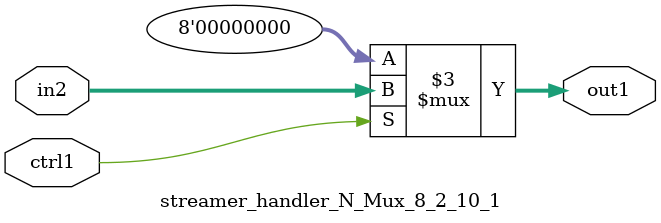
<source format=v>

`timescale 1ps / 1ps


module streamer_handler_N_Mux_8_2_10_1( in2, ctrl1, out1 );

    input [7:0] in2;
    input ctrl1;
    output [7:0] out1;
    reg [7:0] out1;

    
    // rtl_process:streamer_handler_N_Mux_8_2_10_1/streamer_handler_N_Mux_8_2_10_1_thread_1
    always @*
      begin : streamer_handler_N_Mux_8_2_10_1_thread_1
        case (ctrl1) 
          1'b1: 
            begin
              out1 = in2;
            end
          default: 
            begin
              out1 = 8'd000;
            end
        endcase
      end

endmodule



</source>
